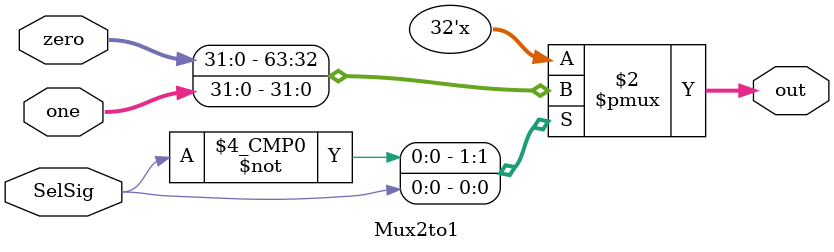
<source format=sv>
`timescale 1ns / 1ps


module Mux2to1(
    input   logic        SelSig,
    input   logic [31:0] zero,
    input   logic [31:0] one,
    output  logic [31:0] out
    );

    always_comb
    begin
        case(SelSig)
            1'b0 : out = zero;
            1'b1 : out = one;
        endcase
    end

endmodule

</source>
